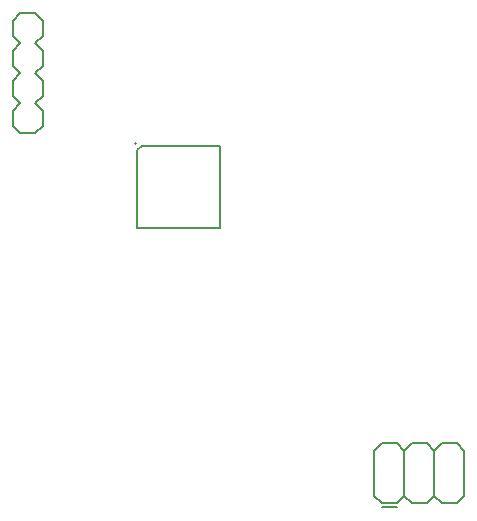
<source format=gbo>
G04 #@! TF.FileFunction,Legend,Bot*
%FSLAX46Y46*%
G04 Gerber Fmt 4.6, Leading zero omitted, Abs format (unit mm)*
G04 Created by KiCad (PCBNEW 4.0.2+dfsg1-stable) date Sat 10 Jun 2017 09:46:09 PM MDT*
%MOMM*%
G01*
G04 APERTURE LIST*
%ADD10C,0.100000*%
%ADD11C,0.203200*%
%ADD12C,0.101600*%
G04 APERTURE END LIST*
D10*
D11*
X71603780Y-100704740D02*
X71603780Y-107710060D01*
X71603780Y-107710060D02*
X64598460Y-107710060D01*
X64598460Y-107710060D02*
X64598460Y-101057800D01*
X64951520Y-100704740D02*
X71603780Y-100704740D01*
X64951520Y-100704740D02*
X64598460Y-101057800D01*
D12*
X64551283Y-100524400D02*
G75*
G03X64551283Y-100524400I-107763J0D01*
G01*
D11*
X84650000Y-130375000D02*
X85285000Y-131010000D01*
X86555000Y-131010000D02*
X87190000Y-130375000D01*
X87190000Y-130375000D02*
X87825000Y-131010000D01*
X89095000Y-131010000D02*
X89730000Y-130375000D01*
X89730000Y-130375000D02*
X90365000Y-131010000D01*
X91635000Y-131010000D02*
X92270000Y-130375000D01*
X84650000Y-130375000D02*
X84650000Y-126565000D01*
X84650000Y-126565000D02*
X85285000Y-125930000D01*
X85285000Y-125930000D02*
X86555000Y-125930000D01*
X86555000Y-125930000D02*
X87190000Y-126565000D01*
X87190000Y-126565000D02*
X87825000Y-125930000D01*
X87825000Y-125930000D02*
X89095000Y-125930000D01*
X89095000Y-125930000D02*
X89730000Y-126565000D01*
X89730000Y-126565000D02*
X90365000Y-125930000D01*
X90365000Y-125930000D02*
X91635000Y-125930000D01*
X91635000Y-125930000D02*
X92270000Y-126565000D01*
X87190000Y-126565000D02*
X87190000Y-130375000D01*
X89730000Y-126565000D02*
X89730000Y-130375000D01*
X92270000Y-126565000D02*
X92270000Y-130375000D01*
X90365000Y-131010000D02*
X91635000Y-131010000D01*
X87825000Y-131010000D02*
X89095000Y-131010000D01*
X85285000Y-131010000D02*
X86555000Y-131010000D01*
X86555000Y-131342740D02*
X85285000Y-131342740D01*
X54030000Y-91415000D02*
X54030000Y-90145000D01*
X54030000Y-90145000D02*
X54665000Y-89510000D01*
X55935000Y-89510000D02*
X56570000Y-90145000D01*
X54665000Y-94590000D02*
X54030000Y-93955000D01*
X54030000Y-93955000D02*
X54030000Y-92685000D01*
X54030000Y-92685000D02*
X54665000Y-92050000D01*
X55935000Y-92050000D02*
X56570000Y-92685000D01*
X56570000Y-92685000D02*
X56570000Y-93955000D01*
X56570000Y-93955000D02*
X55935000Y-94590000D01*
X54030000Y-91415000D02*
X54665000Y-92050000D01*
X55935000Y-92050000D02*
X56570000Y-91415000D01*
X56570000Y-90145000D02*
X56570000Y-91415000D01*
X54030000Y-99035000D02*
X54030000Y-97765000D01*
X54030000Y-97765000D02*
X54665000Y-97130000D01*
X55935000Y-97130000D02*
X56570000Y-97765000D01*
X54665000Y-97130000D02*
X54030000Y-96495000D01*
X54030000Y-96495000D02*
X54030000Y-95225000D01*
X54030000Y-95225000D02*
X54665000Y-94590000D01*
X55935000Y-94590000D02*
X56570000Y-95225000D01*
X56570000Y-95225000D02*
X56570000Y-96495000D01*
X56570000Y-96495000D02*
X55935000Y-97130000D01*
X54665000Y-99670000D02*
X55935000Y-99670000D01*
X54030000Y-99035000D02*
X54665000Y-99670000D01*
X55935000Y-99670000D02*
X56570000Y-99035000D01*
X56570000Y-97765000D02*
X56570000Y-99035000D01*
X54665000Y-89510000D02*
X55935000Y-89510000D01*
M02*

</source>
